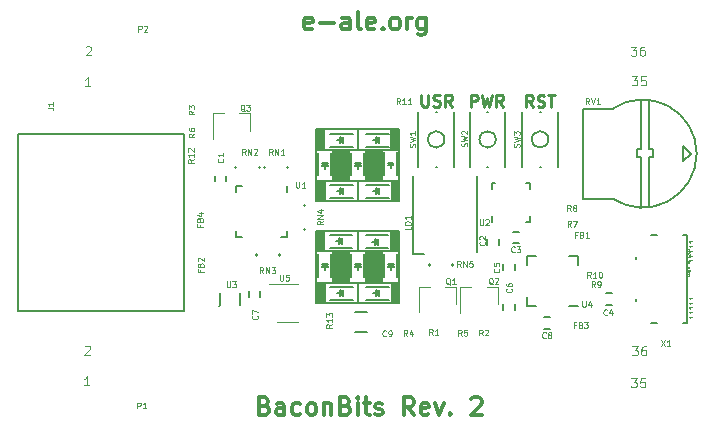
<source format=gbr>
G04 #@! TF.GenerationSoftware,KiCad,Pcbnew,(5.1.0-218-ge90452d)*
G04 #@! TF.CreationDate,2019-04-22T23:25:45-07:00*
G04 #@! TF.ProjectId,baconbits,6261636f-6e62-4697-9473-2e6b69636164,rev?*
G04 #@! TF.SameCoordinates,Original*
G04 #@! TF.FileFunction,Legend,Top*
G04 #@! TF.FilePolarity,Positive*
%FSLAX46Y46*%
G04 Gerber Fmt 4.6, Leading zero omitted, Abs format (unit mm)*
G04 Created by KiCad (PCBNEW (5.1.0-218-ge90452d)) date 2019-04-22 23:25:45*
%MOMM*%
%LPD*%
G04 APERTURE LIST*
%ADD10C,0.100000*%
%ADD11C,0.254000*%
%ADD12C,0.200000*%
%ADD13C,0.300000*%
%ADD14C,0.097536*%
%ADD15C,0.150000*%
%ADD16C,0.120000*%
%ADD17C,0.203200*%
%ADD18C,0.152400*%
%ADD19C,0.127000*%
%ADD20C,0.038100*%
%ADD21C,0.125000*%
%ADD22C,0.025400*%
G04 APERTURE END LIST*
D10*
G36*
X147332700Y-102019100D02*
G01*
X146037300Y-102019100D01*
X146037300Y-99377500D01*
X147332700Y-99377500D01*
X147332700Y-102019100D01*
G37*
X147332700Y-102019100D02*
X146037300Y-102019100D01*
X146037300Y-99377500D01*
X147332700Y-99377500D01*
X147332700Y-102019100D01*
G36*
X151625300Y-103746300D02*
G01*
X150888700Y-103746300D01*
X150888700Y-102069900D01*
X151625300Y-102069900D01*
X151625300Y-103746300D01*
G37*
X151625300Y-103746300D02*
X150888700Y-103746300D01*
X150888700Y-102069900D01*
X151625300Y-102069900D01*
X151625300Y-103746300D01*
G36*
X150126700Y-102019100D02*
G01*
X148831300Y-102019100D01*
X148831300Y-99377500D01*
X150126700Y-99377500D01*
X150126700Y-102019100D01*
G37*
X150126700Y-102019100D02*
X148831300Y-102019100D01*
X148831300Y-99377500D01*
X150126700Y-99377500D01*
X150126700Y-102019100D01*
G36*
X145300700Y-103720900D02*
G01*
X144564100Y-103720900D01*
X144564100Y-102044500D01*
X145300700Y-102044500D01*
X145300700Y-103720900D01*
G37*
X145300700Y-103720900D02*
X144564100Y-103720900D01*
X144564100Y-102044500D01*
X145300700Y-102044500D01*
X145300700Y-103720900D01*
G36*
X145275300Y-99352100D02*
G01*
X144538700Y-99352100D01*
X144538700Y-97675700D01*
X145275300Y-97675700D01*
X145275300Y-99352100D01*
G37*
X145275300Y-99352100D02*
X144538700Y-99352100D01*
X144538700Y-97675700D01*
X145275300Y-97675700D01*
X145275300Y-99352100D01*
G36*
X151599900Y-99326700D02*
G01*
X150863300Y-99326700D01*
X150863300Y-97650300D01*
X151599900Y-97650300D01*
X151599900Y-99326700D01*
G37*
X151599900Y-99326700D02*
X150863300Y-99326700D01*
X150863300Y-97650300D01*
X151599900Y-97650300D01*
X151599900Y-99326700D01*
G36*
X150126700Y-110629700D02*
G01*
X148831300Y-110629700D01*
X148831300Y-107988100D01*
X150126700Y-107988100D01*
X150126700Y-110629700D01*
G37*
X150126700Y-110629700D02*
X148831300Y-110629700D01*
X148831300Y-107988100D01*
X150126700Y-107988100D01*
X150126700Y-110629700D01*
G36*
X147332700Y-110629700D02*
G01*
X146037300Y-110629700D01*
X146037300Y-107988100D01*
X147332700Y-107988100D01*
X147332700Y-110629700D01*
G37*
X147332700Y-110629700D02*
X146037300Y-110629700D01*
X146037300Y-107988100D01*
X147332700Y-107988100D01*
X147332700Y-110629700D01*
G36*
X145300700Y-112331500D02*
G01*
X144564100Y-112331500D01*
X144564100Y-110655100D01*
X145300700Y-110655100D01*
X145300700Y-112331500D01*
G37*
X145300700Y-112331500D02*
X144564100Y-112331500D01*
X144564100Y-110655100D01*
X145300700Y-110655100D01*
X145300700Y-112331500D01*
G36*
X145275300Y-107962700D02*
G01*
X144538700Y-107962700D01*
X144538700Y-106286300D01*
X145275300Y-106286300D01*
X145275300Y-107962700D01*
G37*
X145275300Y-107962700D02*
X144538700Y-107962700D01*
X144538700Y-106286300D01*
X145275300Y-106286300D01*
X145275300Y-107962700D01*
G36*
X151625300Y-112356900D02*
G01*
X150888700Y-112356900D01*
X150888700Y-110680500D01*
X151625300Y-110680500D01*
X151625300Y-112356900D01*
G37*
X151625300Y-112356900D02*
X150888700Y-112356900D01*
X150888700Y-110680500D01*
X151625300Y-110680500D01*
X151625300Y-112356900D01*
G36*
X151599900Y-107937300D02*
G01*
X150863300Y-107937300D01*
X150863300Y-106260900D01*
X151599900Y-106260900D01*
X151599900Y-107937300D01*
G37*
X151599900Y-107937300D02*
X150863300Y-107937300D01*
X150863300Y-106260900D01*
X151599900Y-106260900D01*
X151599900Y-107937300D01*
D11*
X153492804Y-94706319D02*
X153492804Y-95528795D01*
X153541185Y-95625557D01*
X153589566Y-95673938D01*
X153686328Y-95722319D01*
X153879852Y-95722319D01*
X153976614Y-95673938D01*
X154024995Y-95625557D01*
X154073376Y-95528795D01*
X154073376Y-94706319D01*
X154508804Y-95673938D02*
X154653947Y-95722319D01*
X154895852Y-95722319D01*
X154992614Y-95673938D01*
X155040995Y-95625557D01*
X155089376Y-95528795D01*
X155089376Y-95432033D01*
X155040995Y-95335271D01*
X154992614Y-95286890D01*
X154895852Y-95238509D01*
X154702328Y-95190128D01*
X154605566Y-95141747D01*
X154557185Y-95093366D01*
X154508804Y-94996604D01*
X154508804Y-94899842D01*
X154557185Y-94803080D01*
X154605566Y-94754700D01*
X154702328Y-94706319D01*
X154944233Y-94706319D01*
X155089376Y-94754700D01*
X156105376Y-95722319D02*
X155766709Y-95238509D01*
X155524804Y-95722319D02*
X155524804Y-94706319D01*
X155911852Y-94706319D01*
X156008614Y-94754700D01*
X156056995Y-94803080D01*
X156105376Y-94899842D01*
X156105376Y-95044985D01*
X156056995Y-95141747D01*
X156008614Y-95190128D01*
X155911852Y-95238509D01*
X155524804Y-95238509D01*
X162930719Y-95747719D02*
X162592052Y-95263909D01*
X162350147Y-95747719D02*
X162350147Y-94731719D01*
X162737195Y-94731719D01*
X162833957Y-94780100D01*
X162882338Y-94828480D01*
X162930719Y-94925242D01*
X162930719Y-95070385D01*
X162882338Y-95167147D01*
X162833957Y-95215528D01*
X162737195Y-95263909D01*
X162350147Y-95263909D01*
X163317766Y-95699338D02*
X163462909Y-95747719D01*
X163704814Y-95747719D01*
X163801576Y-95699338D01*
X163849957Y-95650957D01*
X163898338Y-95554195D01*
X163898338Y-95457433D01*
X163849957Y-95360671D01*
X163801576Y-95312290D01*
X163704814Y-95263909D01*
X163511290Y-95215528D01*
X163414528Y-95167147D01*
X163366147Y-95118766D01*
X163317766Y-95022004D01*
X163317766Y-94925242D01*
X163366147Y-94828480D01*
X163414528Y-94780100D01*
X163511290Y-94731719D01*
X163753195Y-94731719D01*
X163898338Y-94780100D01*
X164188623Y-94731719D02*
X164769195Y-94731719D01*
X164478909Y-95747719D02*
X164478909Y-94731719D01*
X157662033Y-95722319D02*
X157662033Y-94706319D01*
X158049080Y-94706319D01*
X158145842Y-94754700D01*
X158194223Y-94803080D01*
X158242604Y-94899842D01*
X158242604Y-95044985D01*
X158194223Y-95141747D01*
X158145842Y-95190128D01*
X158049080Y-95238509D01*
X157662033Y-95238509D01*
X158581271Y-94706319D02*
X158823176Y-95722319D01*
X159016700Y-94996604D01*
X159210223Y-95722319D01*
X159452128Y-94706319D01*
X160419747Y-95722319D02*
X160081080Y-95238509D01*
X159839176Y-95722319D02*
X159839176Y-94706319D01*
X160226223Y-94706319D01*
X160322985Y-94754700D01*
X160371366Y-94803080D01*
X160419747Y-94899842D01*
X160419747Y-95044985D01*
X160371366Y-95141747D01*
X160322985Y-95190128D01*
X160226223Y-95238509D01*
X159839176Y-95238509D01*
D12*
X148094700Y-97650300D02*
X148094700Y-99352100D01*
X148094700Y-102044500D02*
X148094700Y-103746300D01*
X148094700Y-106260900D02*
X148094700Y-107962700D01*
X148094700Y-110655100D02*
X148094700Y-112356900D01*
X146037300Y-102044500D02*
X146037300Y-99352100D01*
X144538700Y-102044500D02*
X144538700Y-99352100D01*
X144538700Y-103746300D02*
X144538700Y-102044500D01*
X151625300Y-99352100D02*
X144538700Y-99352100D01*
X151625300Y-102044500D02*
X151625300Y-99352100D01*
X144538700Y-99352100D02*
X144538700Y-97650300D01*
X151625300Y-97650300D02*
X151625300Y-99352100D01*
X148831300Y-102044500D02*
X148831300Y-99352100D01*
X151625300Y-102044500D02*
X151625300Y-103746300D01*
X144538700Y-97650300D02*
X151625300Y-97650300D01*
X151625300Y-103746300D02*
X144538700Y-103746300D01*
X150126700Y-102044500D02*
X150126700Y-99352100D01*
X147332700Y-102044500D02*
X147332700Y-99352100D01*
X144538700Y-102044500D02*
X151625300Y-102044500D01*
X151625300Y-110655100D02*
X151625300Y-107962700D01*
X150126700Y-110655100D02*
X150126700Y-107962700D01*
X148831300Y-110655100D02*
X148831300Y-107962700D01*
X147332700Y-110655100D02*
X147332700Y-107962700D01*
X146037300Y-110655100D02*
X146037300Y-107962700D01*
X144538700Y-110655100D02*
X144538700Y-107962700D01*
X144538700Y-107962700D02*
X144538700Y-106260900D01*
X151625300Y-106260900D02*
X151625300Y-107962700D01*
X151625300Y-107962700D02*
X144538700Y-107962700D01*
X144538700Y-106260900D02*
X151625300Y-106260900D01*
X144538700Y-112356900D02*
X144538700Y-110655100D01*
X151625300Y-112356900D02*
X144538700Y-112356900D01*
X151625300Y-110655100D02*
X151625300Y-112356900D01*
X144538700Y-110655100D02*
X151625300Y-110655100D01*
D13*
X144219385Y-89113442D02*
X144076528Y-89184871D01*
X143790814Y-89184871D01*
X143647957Y-89113442D01*
X143576528Y-88970585D01*
X143576528Y-88399157D01*
X143647957Y-88256300D01*
X143790814Y-88184871D01*
X144076528Y-88184871D01*
X144219385Y-88256300D01*
X144290814Y-88399157D01*
X144290814Y-88542014D01*
X143576528Y-88684871D01*
X144933671Y-88613442D02*
X146076528Y-88613442D01*
X147433671Y-89184871D02*
X147433671Y-88399157D01*
X147362242Y-88256300D01*
X147219385Y-88184871D01*
X146933671Y-88184871D01*
X146790814Y-88256300D01*
X147433671Y-89113442D02*
X147290814Y-89184871D01*
X146933671Y-89184871D01*
X146790814Y-89113442D01*
X146719385Y-88970585D01*
X146719385Y-88827728D01*
X146790814Y-88684871D01*
X146933671Y-88613442D01*
X147290814Y-88613442D01*
X147433671Y-88542014D01*
X148362242Y-89184871D02*
X148219385Y-89113442D01*
X148147957Y-88970585D01*
X148147957Y-87684871D01*
X149505100Y-89113442D02*
X149362242Y-89184871D01*
X149076528Y-89184871D01*
X148933671Y-89113442D01*
X148862242Y-88970585D01*
X148862242Y-88399157D01*
X148933671Y-88256300D01*
X149076528Y-88184871D01*
X149362242Y-88184871D01*
X149505100Y-88256300D01*
X149576528Y-88399157D01*
X149576528Y-88542014D01*
X148862242Y-88684871D01*
X150219385Y-89042014D02*
X150290814Y-89113442D01*
X150219385Y-89184871D01*
X150147957Y-89113442D01*
X150219385Y-89042014D01*
X150219385Y-89184871D01*
X151147957Y-89184871D02*
X151005100Y-89113442D01*
X150933671Y-89042014D01*
X150862242Y-88899157D01*
X150862242Y-88470585D01*
X150933671Y-88327728D01*
X151005100Y-88256300D01*
X151147957Y-88184871D01*
X151362242Y-88184871D01*
X151505100Y-88256300D01*
X151576528Y-88327728D01*
X151647957Y-88470585D01*
X151647957Y-88899157D01*
X151576528Y-89042014D01*
X151505100Y-89113442D01*
X151362242Y-89184871D01*
X151147957Y-89184871D01*
X152290814Y-89184871D02*
X152290814Y-88184871D01*
X152290814Y-88470585D02*
X152362242Y-88327728D01*
X152433671Y-88256300D01*
X152576528Y-88184871D01*
X152719385Y-88184871D01*
X153862242Y-88184871D02*
X153862242Y-89399157D01*
X153790814Y-89542014D01*
X153719385Y-89613442D01*
X153576528Y-89684871D01*
X153362242Y-89684871D01*
X153219385Y-89613442D01*
X153862242Y-89113442D02*
X153719385Y-89184871D01*
X153433671Y-89184871D01*
X153290814Y-89113442D01*
X153219385Y-89042014D01*
X153147957Y-88899157D01*
X153147957Y-88470585D01*
X153219385Y-88327728D01*
X153290814Y-88256300D01*
X153433671Y-88184871D01*
X153719385Y-88184871D01*
X153862242Y-88256300D01*
X140225462Y-121048317D02*
X140439748Y-121119745D01*
X140511177Y-121191174D01*
X140582605Y-121334031D01*
X140582605Y-121548317D01*
X140511177Y-121691174D01*
X140439748Y-121762602D01*
X140296891Y-121834031D01*
X139725462Y-121834031D01*
X139725462Y-120334031D01*
X140225462Y-120334031D01*
X140368320Y-120405460D01*
X140439748Y-120476888D01*
X140511177Y-120619745D01*
X140511177Y-120762602D01*
X140439748Y-120905460D01*
X140368320Y-120976888D01*
X140225462Y-121048317D01*
X139725462Y-121048317D01*
X141868320Y-121834031D02*
X141868320Y-121048317D01*
X141796891Y-120905460D01*
X141654034Y-120834031D01*
X141368320Y-120834031D01*
X141225462Y-120905460D01*
X141868320Y-121762602D02*
X141725462Y-121834031D01*
X141368320Y-121834031D01*
X141225462Y-121762602D01*
X141154034Y-121619745D01*
X141154034Y-121476888D01*
X141225462Y-121334031D01*
X141368320Y-121262602D01*
X141725462Y-121262602D01*
X141868320Y-121191174D01*
X143225462Y-121762602D02*
X143082605Y-121834031D01*
X142796891Y-121834031D01*
X142654034Y-121762602D01*
X142582605Y-121691174D01*
X142511177Y-121548317D01*
X142511177Y-121119745D01*
X142582605Y-120976888D01*
X142654034Y-120905460D01*
X142796891Y-120834031D01*
X143082605Y-120834031D01*
X143225462Y-120905460D01*
X144082605Y-121834031D02*
X143939748Y-121762602D01*
X143868320Y-121691174D01*
X143796891Y-121548317D01*
X143796891Y-121119745D01*
X143868320Y-120976888D01*
X143939748Y-120905460D01*
X144082605Y-120834031D01*
X144296891Y-120834031D01*
X144439748Y-120905460D01*
X144511177Y-120976888D01*
X144582605Y-121119745D01*
X144582605Y-121548317D01*
X144511177Y-121691174D01*
X144439748Y-121762602D01*
X144296891Y-121834031D01*
X144082605Y-121834031D01*
X145225462Y-120834031D02*
X145225462Y-121834031D01*
X145225462Y-120976888D02*
X145296891Y-120905460D01*
X145439748Y-120834031D01*
X145654034Y-120834031D01*
X145796891Y-120905460D01*
X145868320Y-121048317D01*
X145868320Y-121834031D01*
X147082605Y-121048317D02*
X147296891Y-121119745D01*
X147368320Y-121191174D01*
X147439748Y-121334031D01*
X147439748Y-121548317D01*
X147368320Y-121691174D01*
X147296891Y-121762602D01*
X147154034Y-121834031D01*
X146582605Y-121834031D01*
X146582605Y-120334031D01*
X147082605Y-120334031D01*
X147225462Y-120405460D01*
X147296891Y-120476888D01*
X147368320Y-120619745D01*
X147368320Y-120762602D01*
X147296891Y-120905460D01*
X147225462Y-120976888D01*
X147082605Y-121048317D01*
X146582605Y-121048317D01*
X148082605Y-121834031D02*
X148082605Y-120834031D01*
X148082605Y-120334031D02*
X148011177Y-120405460D01*
X148082605Y-120476888D01*
X148154034Y-120405460D01*
X148082605Y-120334031D01*
X148082605Y-120476888D01*
X148582605Y-120834031D02*
X149154034Y-120834031D01*
X148796891Y-120334031D02*
X148796891Y-121619745D01*
X148868320Y-121762602D01*
X149011177Y-121834031D01*
X149154034Y-121834031D01*
X149582605Y-121762602D02*
X149725462Y-121834031D01*
X150011177Y-121834031D01*
X150154034Y-121762602D01*
X150225462Y-121619745D01*
X150225462Y-121548317D01*
X150154034Y-121405460D01*
X150011177Y-121334031D01*
X149796891Y-121334031D01*
X149654034Y-121262602D01*
X149582605Y-121119745D01*
X149582605Y-121048317D01*
X149654034Y-120905460D01*
X149796891Y-120834031D01*
X150011177Y-120834031D01*
X150154034Y-120905460D01*
X152868320Y-121834031D02*
X152368320Y-121119745D01*
X152011177Y-121834031D02*
X152011177Y-120334031D01*
X152582605Y-120334031D01*
X152725462Y-120405460D01*
X152796891Y-120476888D01*
X152868320Y-120619745D01*
X152868320Y-120834031D01*
X152796891Y-120976888D01*
X152725462Y-121048317D01*
X152582605Y-121119745D01*
X152011177Y-121119745D01*
X154082605Y-121762602D02*
X153939748Y-121834031D01*
X153654034Y-121834031D01*
X153511177Y-121762602D01*
X153439748Y-121619745D01*
X153439748Y-121048317D01*
X153511177Y-120905460D01*
X153654034Y-120834031D01*
X153939748Y-120834031D01*
X154082605Y-120905460D01*
X154154034Y-121048317D01*
X154154034Y-121191174D01*
X153439748Y-121334031D01*
X154654034Y-120834031D02*
X155011177Y-121834031D01*
X155368320Y-120834031D01*
X155939748Y-121691174D02*
X156011177Y-121762602D01*
X155939748Y-121834031D01*
X155868320Y-121762602D01*
X155939748Y-121691174D01*
X155939748Y-121834031D01*
X157725462Y-120476888D02*
X157796891Y-120405460D01*
X157939748Y-120334031D01*
X158296891Y-120334031D01*
X158439748Y-120405460D01*
X158511177Y-120476888D01*
X158582605Y-120619745D01*
X158582605Y-120762602D01*
X158511177Y-120976888D01*
X157654034Y-121834031D01*
X158582605Y-121834031D01*
D14*
X171235086Y-118710770D02*
X171713090Y-118710770D01*
X171455704Y-119004926D01*
X171566012Y-119004926D01*
X171639551Y-119041696D01*
X171676321Y-119078465D01*
X171713090Y-119152004D01*
X171713090Y-119335852D01*
X171676321Y-119409391D01*
X171639551Y-119446160D01*
X171566012Y-119482930D01*
X171345395Y-119482930D01*
X171271856Y-119446160D01*
X171235086Y-119409391D01*
X172411711Y-118710770D02*
X172044016Y-118710770D01*
X172007246Y-119078465D01*
X172044016Y-119041696D01*
X172117555Y-119004926D01*
X172301403Y-119004926D01*
X172374942Y-119041696D01*
X172411711Y-119078465D01*
X172448481Y-119152004D01*
X172448481Y-119335852D01*
X172411711Y-119409391D01*
X172374942Y-119446160D01*
X172301403Y-119482930D01*
X172117555Y-119482930D01*
X172044016Y-119446160D01*
X172007246Y-119409391D01*
X124981062Y-116025869D02*
X125017832Y-115989100D01*
X125091371Y-115952330D01*
X125275219Y-115952330D01*
X125348758Y-115989100D01*
X125385527Y-116025869D01*
X125422297Y-116099408D01*
X125422297Y-116172947D01*
X125385527Y-116283256D01*
X124944293Y-116724490D01*
X125422297Y-116724490D01*
X125361337Y-119327990D02*
X124920102Y-119327990D01*
X125140720Y-119327990D02*
X125140720Y-118555830D01*
X125067180Y-118666139D01*
X124993641Y-118739678D01*
X124920102Y-118776447D01*
X125462937Y-93994030D02*
X125021702Y-93994030D01*
X125242320Y-93994030D02*
X125242320Y-93221870D01*
X125168780Y-93332179D01*
X125095241Y-93405718D01*
X125021702Y-93442487D01*
X125082662Y-90691909D02*
X125119432Y-90655140D01*
X125192971Y-90618370D01*
X125376819Y-90618370D01*
X125450358Y-90655140D01*
X125487127Y-90691909D01*
X125523897Y-90765448D01*
X125523897Y-90838987D01*
X125487127Y-90949296D01*
X125045893Y-91390530D01*
X125523897Y-91390530D01*
X171217306Y-90636150D02*
X171695310Y-90636150D01*
X171437924Y-90930306D01*
X171548232Y-90930306D01*
X171621771Y-90967076D01*
X171658541Y-91003845D01*
X171695310Y-91077384D01*
X171695310Y-91261232D01*
X171658541Y-91334771D01*
X171621771Y-91371540D01*
X171548232Y-91408310D01*
X171327615Y-91408310D01*
X171254076Y-91371540D01*
X171217306Y-91334771D01*
X172357162Y-90636150D02*
X172210084Y-90636150D01*
X172136545Y-90672920D01*
X172099775Y-90709689D01*
X172026236Y-90819998D01*
X171989466Y-90967076D01*
X171989466Y-91261232D01*
X172026236Y-91334771D01*
X172063006Y-91371540D01*
X172136545Y-91408310D01*
X172283623Y-91408310D01*
X172357162Y-91371540D01*
X172393931Y-91334771D01*
X172430701Y-91261232D01*
X172430701Y-91077384D01*
X172393931Y-91003845D01*
X172357162Y-90967076D01*
X172283623Y-90930306D01*
X172136545Y-90930306D01*
X172063006Y-90967076D01*
X172026236Y-91003845D01*
X171989466Y-91077384D01*
X171293506Y-93150750D02*
X171771510Y-93150750D01*
X171514124Y-93444906D01*
X171624432Y-93444906D01*
X171697971Y-93481676D01*
X171734741Y-93518445D01*
X171771510Y-93591984D01*
X171771510Y-93775832D01*
X171734741Y-93849371D01*
X171697971Y-93886140D01*
X171624432Y-93922910D01*
X171403815Y-93922910D01*
X171330276Y-93886140D01*
X171293506Y-93849371D01*
X172470131Y-93150750D02*
X172102436Y-93150750D01*
X172065666Y-93518445D01*
X172102436Y-93481676D01*
X172175975Y-93444906D01*
X172359823Y-93444906D01*
X172433362Y-93481676D01*
X172470131Y-93518445D01*
X172506901Y-93591984D01*
X172506901Y-93775832D01*
X172470131Y-93849371D01*
X172433362Y-93886140D01*
X172359823Y-93922910D01*
X172175975Y-93922910D01*
X172102436Y-93886140D01*
X172065666Y-93849371D01*
X171318906Y-116010750D02*
X171796910Y-116010750D01*
X171539524Y-116304906D01*
X171649832Y-116304906D01*
X171723371Y-116341676D01*
X171760141Y-116378445D01*
X171796910Y-116451984D01*
X171796910Y-116635832D01*
X171760141Y-116709371D01*
X171723371Y-116746140D01*
X171649832Y-116782910D01*
X171429215Y-116782910D01*
X171355676Y-116746140D01*
X171318906Y-116709371D01*
X172458762Y-116010750D02*
X172311684Y-116010750D01*
X172238145Y-116047520D01*
X172201375Y-116084289D01*
X172127836Y-116194598D01*
X172091066Y-116341676D01*
X172091066Y-116635832D01*
X172127836Y-116709371D01*
X172164606Y-116746140D01*
X172238145Y-116782910D01*
X172385223Y-116782910D01*
X172458762Y-116746140D01*
X172495531Y-116709371D01*
X172532301Y-116635832D01*
X172532301Y-116451984D01*
X172495531Y-116378445D01*
X172458762Y-116341676D01*
X172385223Y-116304906D01*
X172238145Y-116304906D01*
X172164606Y-116341676D01*
X172127836Y-116378445D01*
X172091066Y-116451984D01*
D15*
X148874100Y-113107100D02*
X147874100Y-113107100D01*
X147874100Y-114807100D02*
X148874100Y-114807100D01*
D16*
X141225700Y-113966900D02*
X143025700Y-113966900D01*
X143025700Y-110746900D02*
X140575700Y-110746900D01*
D15*
X152786100Y-108187700D02*
X153696100Y-108187700D01*
X158186100Y-107987700D02*
X158186100Y-101587700D01*
X152786100Y-101587700D02*
X152786100Y-108187700D01*
D17*
X159783780Y-98498660D02*
G75*
G03X159783780Y-98498660I-693420J0D01*
G01*
X160588960Y-100848160D02*
X160588960Y-96149160D01*
X157591760Y-100848160D02*
X157591760Y-96149160D01*
X159138620Y-96149160D02*
X159042100Y-96149160D01*
X159138620Y-100848160D02*
X159042100Y-100848160D01*
X163583620Y-100848160D02*
X163487100Y-100848160D01*
X163583620Y-96149160D02*
X163487100Y-96149160D01*
X162036760Y-100848160D02*
X162036760Y-96149160D01*
X165033960Y-100848160D02*
X165033960Y-96149160D01*
X164228780Y-98498660D02*
G75*
G03X164228780Y-98498660I-693420J0D01*
G01*
D15*
X159428780Y-102220360D02*
X159753780Y-102220360D01*
X162678780Y-105470360D02*
X162353780Y-105470360D01*
X162678780Y-102220360D02*
X162353780Y-102220360D01*
X159428780Y-105470360D02*
X159428780Y-104970360D01*
X162678780Y-105470360D02*
X162678780Y-104970360D01*
X162678780Y-102220360D02*
X162678780Y-102720360D01*
X159428780Y-102220360D02*
X159428780Y-102720360D01*
D18*
X172085000Y-99314000D02*
X172085000Y-95123000D01*
X171704000Y-99314000D02*
X172085000Y-99314000D01*
X171704000Y-99949000D02*
X171704000Y-99314000D01*
X172085000Y-99949000D02*
X171704000Y-99949000D01*
X172085000Y-104267000D02*
X172085000Y-99949000D01*
X172720000Y-99949000D02*
X172720000Y-104140000D01*
X173101000Y-99949000D02*
X172720000Y-99949000D01*
X173101000Y-99314000D02*
X173101000Y-99949000D01*
X172720000Y-99314000D02*
X173101000Y-99314000D01*
X172720000Y-95250000D02*
X172720000Y-99314000D01*
X172085000Y-95631000D02*
X172085000Y-95631000D01*
X176276000Y-99695000D02*
X176276000Y-99695000D01*
X175641000Y-100330000D02*
X176276000Y-99695000D01*
X175641000Y-99060000D02*
X175641000Y-100330000D01*
X176276000Y-99695000D02*
X175641000Y-99060000D01*
X169672000Y-95885001D02*
G75*
G02X169672001Y-103504999I2540000J-3809999D01*
G01*
X167132000Y-103505000D02*
X169672000Y-103505000D01*
X167132000Y-95885000D02*
X167132000Y-103505000D01*
X169672000Y-95885000D02*
X167132000Y-95885000D01*
D15*
X133408000Y-113008000D02*
X119311000Y-113008000D01*
X119311000Y-98022000D02*
X133408000Y-98022000D01*
X133408000Y-113008000D02*
X133408000Y-98022000D01*
X119311000Y-113008000D02*
X119311000Y-98022000D01*
X161768600Y-106357400D02*
X161268600Y-106357400D01*
X161268600Y-107307400D02*
X161768600Y-107307400D01*
X169610000Y-111539000D02*
X169110000Y-111539000D01*
X169110000Y-112489000D02*
X169610000Y-112489000D01*
X161384000Y-109555000D02*
X161384000Y-109055000D01*
X160434000Y-109055000D02*
X160434000Y-109555000D01*
X164334000Y-113571000D02*
X163834000Y-113571000D01*
X163834000Y-114521000D02*
X164334000Y-114521000D01*
X139857500Y-111844900D02*
X139857500Y-111344900D01*
X138907500Y-111344900D02*
X138907500Y-111844900D01*
X160434000Y-112449800D02*
X160434000Y-112949800D01*
X161384000Y-112949800D02*
X161384000Y-112449800D01*
X160025100Y-107425300D02*
X160025100Y-106925300D01*
X159075100Y-106925300D02*
X159075100Y-107425300D01*
X162452000Y-112640000D02*
X162452000Y-111865000D01*
X166752000Y-108340000D02*
X166752000Y-109115000D01*
X162452000Y-108340000D02*
X162452000Y-109115000D01*
X166752000Y-112640000D02*
X165977000Y-112640000D01*
X166752000Y-108340000D02*
X165977000Y-108340000D01*
X162452000Y-108340000D02*
X163227000Y-108340000D01*
X162452000Y-112640000D02*
X163227000Y-112640000D01*
X150706000Y-98002000D02*
X148806000Y-98002000D01*
X150706000Y-99102000D02*
X148806000Y-99102000D01*
X149806000Y-98552000D02*
X149356000Y-98552000D01*
X149856000Y-98802000D02*
X149856000Y-98302000D01*
X149856000Y-98552000D02*
X149606000Y-98802000D01*
X149606000Y-98802000D02*
X149606000Y-98302000D01*
X149606000Y-98302000D02*
X149856000Y-98552000D01*
D11*
X154106880Y-109062520D02*
X154106880Y-109098080D01*
X156103320Y-109062520D02*
X156103320Y-109098080D01*
X143542220Y-104071780D02*
X143577780Y-104071780D01*
X143542220Y-106068220D02*
X143577780Y-106068220D01*
X139461780Y-108212220D02*
X139461780Y-108247780D01*
X141458220Y-108212220D02*
X141458220Y-108247780D01*
X137731780Y-100857780D02*
X137731780Y-100822220D01*
X139728220Y-100857780D02*
X139728220Y-100822220D01*
X142138220Y-100857780D02*
X142138220Y-100822220D01*
X140141780Y-100857780D02*
X140141780Y-100822220D01*
D15*
X136027140Y-101558280D02*
X136027140Y-102058280D01*
X136977140Y-102058280D02*
X136977140Y-101558280D01*
X142090000Y-106740000D02*
X141565000Y-106740000D01*
X137790000Y-102440000D02*
X138315000Y-102440000D01*
X137790000Y-106740000D02*
X138315000Y-106740000D01*
X142090000Y-102440000D02*
X142090000Y-102965000D01*
X137790000Y-102440000D02*
X137790000Y-102965000D01*
X137790000Y-106740000D02*
X137790000Y-106215000D01*
X142090000Y-106740000D02*
X142090000Y-106215000D01*
X150626000Y-109320000D02*
X150876000Y-109070000D01*
X151126000Y-109320000D02*
X150626000Y-109320000D01*
X150876000Y-109070000D02*
X151126000Y-109320000D01*
X151126000Y-109070000D02*
X150626000Y-109070000D01*
X150876000Y-109120000D02*
X150876000Y-109570000D01*
X151426000Y-108220000D02*
X151426000Y-110120000D01*
X150326000Y-108220000D02*
X150326000Y-110120000D01*
X150706000Y-110956000D02*
X148806000Y-110956000D01*
X150706000Y-112056000D02*
X148806000Y-112056000D01*
X149806000Y-111506000D02*
X149356000Y-111506000D01*
X149856000Y-111756000D02*
X149856000Y-111256000D01*
X149856000Y-111506000D02*
X149606000Y-111756000D01*
X149606000Y-111756000D02*
X149606000Y-111256000D01*
X149606000Y-111256000D02*
X149856000Y-111506000D01*
X147832000Y-109310000D02*
X148082000Y-109060000D01*
X148332000Y-109310000D02*
X147832000Y-109310000D01*
X148082000Y-109060000D02*
X148332000Y-109310000D01*
X148332000Y-109060000D02*
X147832000Y-109060000D01*
X148082000Y-109110000D02*
X148082000Y-109560000D01*
X148632000Y-108210000D02*
X148632000Y-110110000D01*
X147532000Y-108210000D02*
X147532000Y-110110000D01*
X147645300Y-106580000D02*
X145745300Y-106580000D01*
X147645300Y-107680000D02*
X145745300Y-107680000D01*
X146745300Y-107130000D02*
X146295300Y-107130000D01*
X146795300Y-107380000D02*
X146795300Y-106880000D01*
X146795300Y-107130000D02*
X146545300Y-107380000D01*
X146545300Y-107380000D02*
X146545300Y-106880000D01*
X146545300Y-106880000D02*
X146795300Y-107130000D01*
X149593300Y-106900000D02*
X149843300Y-107150000D01*
X149593300Y-107400000D02*
X149593300Y-106900000D01*
X149843300Y-107150000D02*
X149593300Y-107400000D01*
X149843300Y-107400000D02*
X149843300Y-106900000D01*
X149793300Y-107150000D02*
X149343300Y-107150000D01*
X150693300Y-107700000D02*
X148793300Y-107700000D01*
X150693300Y-106600000D02*
X148793300Y-106600000D01*
X147658000Y-102320000D02*
X145758000Y-102320000D01*
X147658000Y-103420000D02*
X145758000Y-103420000D01*
X146758000Y-102870000D02*
X146308000Y-102870000D01*
X146808000Y-103120000D02*
X146808000Y-102620000D01*
X146808000Y-102870000D02*
X146558000Y-103120000D01*
X146558000Y-103120000D02*
X146558000Y-102620000D01*
X146558000Y-102620000D02*
X146808000Y-102870000D01*
X149606000Y-102620000D02*
X149856000Y-102870000D01*
X149606000Y-103120000D02*
X149606000Y-102620000D01*
X149856000Y-102870000D02*
X149606000Y-103120000D01*
X149856000Y-103120000D02*
X149856000Y-102620000D01*
X149806000Y-102870000D02*
X149356000Y-102870000D01*
X150706000Y-103420000D02*
X148806000Y-103420000D01*
X150706000Y-102320000D02*
X148806000Y-102320000D01*
X144738000Y-99611000D02*
X144738000Y-101511000D01*
X145838000Y-99611000D02*
X145838000Y-101511000D01*
X145288000Y-100511000D02*
X145288000Y-100961000D01*
X145538000Y-100461000D02*
X145038000Y-100461000D01*
X145288000Y-100461000D02*
X145538000Y-100711000D01*
X145538000Y-100711000D02*
X145038000Y-100711000D01*
X145038000Y-100711000D02*
X145288000Y-100461000D01*
X147832000Y-100720000D02*
X148082000Y-100470000D01*
X148332000Y-100720000D02*
X147832000Y-100720000D01*
X148082000Y-100470000D02*
X148332000Y-100720000D01*
X148332000Y-100470000D02*
X147832000Y-100470000D01*
X148082000Y-100520000D02*
X148082000Y-100970000D01*
X148632000Y-99620000D02*
X148632000Y-101520000D01*
X147532000Y-99620000D02*
X147532000Y-101520000D01*
X150320920Y-99603380D02*
X150320920Y-101503380D01*
X151420920Y-99603380D02*
X151420920Y-101503380D01*
X150870920Y-100503380D02*
X150870920Y-100953380D01*
X151120920Y-100453380D02*
X150620920Y-100453380D01*
X150870920Y-100453380D02*
X151120920Y-100703380D01*
X151120920Y-100703380D02*
X150620920Y-100703380D01*
X150620920Y-100703380D02*
X150870920Y-100453380D01*
X146558000Y-98302000D02*
X146808000Y-98552000D01*
X146558000Y-98802000D02*
X146558000Y-98302000D01*
X146808000Y-98552000D02*
X146558000Y-98802000D01*
X146808000Y-98802000D02*
X146808000Y-98302000D01*
X146758000Y-98552000D02*
X146308000Y-98552000D01*
X147658000Y-99102000D02*
X145758000Y-99102000D01*
X147658000Y-98002000D02*
X145758000Y-98002000D01*
X144738000Y-108221600D02*
X144738000Y-110121600D01*
X145838000Y-108221600D02*
X145838000Y-110121600D01*
X145288000Y-109121600D02*
X145288000Y-109571600D01*
X145538000Y-109071600D02*
X145038000Y-109071600D01*
X145288000Y-109071600D02*
X145538000Y-109321600D01*
X145538000Y-109321600D02*
X145038000Y-109321600D01*
X145038000Y-109321600D02*
X145288000Y-109071600D01*
X146558000Y-111256000D02*
X146808000Y-111506000D01*
X146558000Y-111756000D02*
X146558000Y-111256000D01*
X146808000Y-111506000D02*
X146558000Y-111756000D01*
X146808000Y-111756000D02*
X146808000Y-111256000D01*
X146758000Y-111506000D02*
X146308000Y-111506000D01*
X147658000Y-112056000D02*
X145758000Y-112056000D01*
X147658000Y-110956000D02*
X145758000Y-110956000D01*
D19*
X175987800Y-114077920D02*
X175987800Y-106579840D01*
X175987800Y-114077920D02*
X175657600Y-114077920D01*
X175987800Y-106579840D02*
X175657600Y-106579840D01*
X173422400Y-106579840D02*
X172960120Y-106579840D01*
X173422400Y-114077920D02*
X172960120Y-114077920D01*
X171690120Y-112208480D02*
X171690120Y-111997660D01*
X171690120Y-108660100D02*
X171690120Y-108449280D01*
D20*
X176389120Y-111926540D02*
X176137660Y-111926540D01*
X176137660Y-111926540D02*
X176239260Y-111827480D01*
X176137660Y-111926540D02*
X176239260Y-112028140D01*
X176389120Y-112327860D02*
X176137660Y-112327860D01*
X176137660Y-112327860D02*
X176239260Y-112228800D01*
X176137660Y-112327860D02*
X176239260Y-112426920D01*
X176389120Y-112726640D02*
X176137660Y-112726640D01*
X176137660Y-112726640D02*
X176239260Y-112627580D01*
X176137660Y-112726640D02*
X176239260Y-112828240D01*
X176389120Y-113127960D02*
X176137660Y-113127960D01*
X176137660Y-113127960D02*
X176239260Y-113026360D01*
X176137660Y-113127960D02*
X176239260Y-113227020D01*
X176389120Y-113526740D02*
X176137660Y-113526740D01*
X176137660Y-113526740D02*
X176239260Y-113427680D01*
X176137660Y-113526740D02*
X176239260Y-113628340D01*
X176389120Y-107131020D02*
X176137660Y-107131020D01*
X176137660Y-107131020D02*
X176239260Y-107029420D01*
X176137660Y-107131020D02*
X176239260Y-107230080D01*
X176389120Y-107529800D02*
X176137660Y-107529800D01*
X176137660Y-107529800D02*
X176239260Y-107430740D01*
X176137660Y-107529800D02*
X176239260Y-107631400D01*
X176389120Y-107931120D02*
X176137660Y-107931120D01*
X176137660Y-107931120D02*
X176239260Y-107829520D01*
X176137660Y-107931120D02*
X176239260Y-108030180D01*
X176389120Y-108329900D02*
X176137660Y-108329900D01*
X176137660Y-108329900D02*
X176239260Y-108230840D01*
X176137660Y-108329900D02*
X176239260Y-108428960D01*
X176389120Y-108731220D02*
X176137660Y-108731220D01*
X176137660Y-108731220D02*
X176239260Y-108629620D01*
X176137660Y-108731220D02*
X176239260Y-108830280D01*
D17*
X154785060Y-100848160D02*
X154688540Y-100848160D01*
X154785060Y-96149160D02*
X154688540Y-96149160D01*
X153238200Y-100848160D02*
X153238200Y-96149160D01*
X156235400Y-100848160D02*
X156235400Y-96149160D01*
X155430220Y-98498660D02*
G75*
G03X155430220Y-98498660I-693420J0D01*
G01*
D19*
X138104880Y-111516160D02*
X138104880Y-112511840D01*
X136469120Y-112511840D02*
X136469120Y-111516160D01*
X136364980Y-112633760D02*
G75*
G03X136364980Y-112633760I-22860J0D01*
G01*
D16*
X138988920Y-96295940D02*
X138058920Y-96295940D01*
X135828920Y-96295940D02*
X136758920Y-96295940D01*
X135828920Y-96295940D02*
X135828920Y-98455940D01*
X138988920Y-96295940D02*
X138988920Y-97755940D01*
X156413020Y-110987740D02*
X156413020Y-112447740D01*
X153253020Y-110987740D02*
X153253020Y-113147740D01*
X153253020Y-110987740D02*
X154183020Y-110987740D01*
X156413020Y-110987740D02*
X155483020Y-110987740D01*
X159954080Y-111000000D02*
X159024080Y-111000000D01*
X156794080Y-111000000D02*
X157724080Y-111000000D01*
X156794080Y-111000000D02*
X156794080Y-113160000D01*
X159954080Y-111000000D02*
X159954080Y-112460000D01*
D21*
X150500566Y-115126271D02*
X150476757Y-115150080D01*
X150405328Y-115173890D01*
X150357709Y-115173890D01*
X150286280Y-115150080D01*
X150238661Y-115102461D01*
X150214852Y-115054842D01*
X150191042Y-114959604D01*
X150191042Y-114888176D01*
X150214852Y-114792938D01*
X150238661Y-114745319D01*
X150286280Y-114697700D01*
X150357709Y-114673890D01*
X150405328Y-114673890D01*
X150476757Y-114697700D01*
X150500566Y-114721509D01*
X150738661Y-115173890D02*
X150833900Y-115173890D01*
X150881519Y-115150080D01*
X150905328Y-115126271D01*
X150952947Y-115054842D01*
X150976757Y-114959604D01*
X150976757Y-114769128D01*
X150952947Y-114721509D01*
X150929138Y-114697700D01*
X150881519Y-114673890D01*
X150786280Y-114673890D01*
X150738661Y-114697700D01*
X150714852Y-114721509D01*
X150691042Y-114769128D01*
X150691042Y-114888176D01*
X150714852Y-114935795D01*
X150738661Y-114959604D01*
X150786280Y-114983414D01*
X150881519Y-114983414D01*
X150929138Y-114959604D01*
X150952947Y-114935795D01*
X150976757Y-114888176D01*
X145933290Y-114151528D02*
X145695195Y-114318195D01*
X145933290Y-114437242D02*
X145433290Y-114437242D01*
X145433290Y-114246766D01*
X145457100Y-114199147D01*
X145480909Y-114175338D01*
X145528528Y-114151528D01*
X145599957Y-114151528D01*
X145647576Y-114175338D01*
X145671385Y-114199147D01*
X145695195Y-114246766D01*
X145695195Y-114437242D01*
X145933290Y-113675338D02*
X145933290Y-113961052D01*
X145933290Y-113818195D02*
X145433290Y-113818195D01*
X145504719Y-113865814D01*
X145552338Y-113913433D01*
X145576147Y-113961052D01*
X145433290Y-113508671D02*
X145433290Y-113199147D01*
X145623766Y-113365814D01*
X145623766Y-113294385D01*
X145647576Y-113246766D01*
X145671385Y-113222957D01*
X145719004Y-113199147D01*
X145838052Y-113199147D01*
X145885671Y-113222957D01*
X145909480Y-113246766D01*
X145933290Y-113294385D01*
X145933290Y-113437242D01*
X145909480Y-113484861D01*
X145885671Y-113508671D01*
X141490747Y-109949490D02*
X141490747Y-110354252D01*
X141514557Y-110401871D01*
X141538366Y-110425680D01*
X141585985Y-110449490D01*
X141681223Y-110449490D01*
X141728842Y-110425680D01*
X141752652Y-110401871D01*
X141776461Y-110354252D01*
X141776461Y-109949490D01*
X142252652Y-109949490D02*
X142014557Y-109949490D01*
X141990747Y-110187585D01*
X142014557Y-110163776D01*
X142062176Y-110139966D01*
X142181223Y-110139966D01*
X142228842Y-110163776D01*
X142252652Y-110187585D01*
X142276461Y-110235204D01*
X142276461Y-110354252D01*
X142252652Y-110401871D01*
X142228842Y-110425680D01*
X142181223Y-110449490D01*
X142062176Y-110449490D01*
X142014557Y-110425680D01*
X141990747Y-110401871D01*
X152562690Y-105883033D02*
X152562690Y-106121128D01*
X152062690Y-106121128D01*
X152562690Y-105716366D02*
X152062690Y-105716366D01*
X152062690Y-105597319D01*
X152086500Y-105525890D01*
X152134119Y-105478271D01*
X152181738Y-105454461D01*
X152276976Y-105430652D01*
X152348404Y-105430652D01*
X152443642Y-105454461D01*
X152491261Y-105478271D01*
X152538880Y-105525890D01*
X152562690Y-105597319D01*
X152562690Y-105716366D01*
X152562690Y-104954461D02*
X152562690Y-105240176D01*
X152562690Y-105097319D02*
X152062690Y-105097319D01*
X152134119Y-105144938D01*
X152181738Y-105192557D01*
X152205547Y-105240176D01*
X129445272Y-121274970D02*
X129445272Y-120774970D01*
X129635748Y-120774970D01*
X129683367Y-120798780D01*
X129707177Y-120822589D01*
X129730986Y-120870208D01*
X129730986Y-120941637D01*
X129707177Y-120989256D01*
X129683367Y-121013065D01*
X129635748Y-121036875D01*
X129445272Y-121036875D01*
X130207177Y-121274970D02*
X129921462Y-121274970D01*
X130064320Y-121274970D02*
X130064320Y-120774970D01*
X130016700Y-120846399D01*
X129969081Y-120894018D01*
X129921462Y-120917827D01*
D15*
D21*
X134201030Y-100191688D02*
X133962935Y-100358355D01*
X134201030Y-100477402D02*
X133701030Y-100477402D01*
X133701030Y-100286926D01*
X133724840Y-100239307D01*
X133748649Y-100215498D01*
X133796268Y-100191688D01*
X133867697Y-100191688D01*
X133915316Y-100215498D01*
X133939125Y-100239307D01*
X133962935Y-100286926D01*
X133962935Y-100477402D01*
X134201030Y-99715498D02*
X134201030Y-100001212D01*
X134201030Y-99858355D02*
X133701030Y-99858355D01*
X133772459Y-99905974D01*
X133820078Y-99953593D01*
X133843887Y-100001212D01*
X133748649Y-99525021D02*
X133724840Y-99501212D01*
X133701030Y-99453593D01*
X133701030Y-99334545D01*
X133724840Y-99286926D01*
X133748649Y-99263117D01*
X133796268Y-99239307D01*
X133843887Y-99239307D01*
X133915316Y-99263117D01*
X134201030Y-99548831D01*
X134201030Y-99239307D01*
X157342020Y-99094206D02*
X157365830Y-99022778D01*
X157365830Y-98903730D01*
X157342020Y-98856111D01*
X157318211Y-98832301D01*
X157270592Y-98808492D01*
X157222973Y-98808492D01*
X157175354Y-98832301D01*
X157151544Y-98856111D01*
X157127735Y-98903730D01*
X157103925Y-98998968D01*
X157080116Y-99046587D01*
X157056306Y-99070397D01*
X157008687Y-99094206D01*
X156961068Y-99094206D01*
X156913449Y-99070397D01*
X156889640Y-99046587D01*
X156865830Y-98998968D01*
X156865830Y-98879920D01*
X156889640Y-98808492D01*
X156865830Y-98641825D02*
X157365830Y-98522778D01*
X157008687Y-98427540D01*
X157365830Y-98332301D01*
X156865830Y-98213254D01*
X156913449Y-98046587D02*
X156889640Y-98022778D01*
X156865830Y-97975159D01*
X156865830Y-97856111D01*
X156889640Y-97808492D01*
X156913449Y-97784682D01*
X156961068Y-97760873D01*
X157008687Y-97760873D01*
X157080116Y-97784682D01*
X157365830Y-98070397D01*
X157365830Y-97760873D01*
X161771780Y-99139926D02*
X161795590Y-99068498D01*
X161795590Y-98949450D01*
X161771780Y-98901831D01*
X161747971Y-98878021D01*
X161700352Y-98854212D01*
X161652733Y-98854212D01*
X161605114Y-98878021D01*
X161581304Y-98901831D01*
X161557495Y-98949450D01*
X161533685Y-99044688D01*
X161509876Y-99092307D01*
X161486066Y-99116117D01*
X161438447Y-99139926D01*
X161390828Y-99139926D01*
X161343209Y-99116117D01*
X161319400Y-99092307D01*
X161295590Y-99044688D01*
X161295590Y-98925640D01*
X161319400Y-98854212D01*
X161295590Y-98687545D02*
X161795590Y-98568498D01*
X161438447Y-98473260D01*
X161795590Y-98378021D01*
X161295590Y-98258974D01*
X161295590Y-98116117D02*
X161295590Y-97806593D01*
X161486066Y-97973260D01*
X161486066Y-97901831D01*
X161509876Y-97854212D01*
X161533685Y-97830402D01*
X161581304Y-97806593D01*
X161700352Y-97806593D01*
X161747971Y-97830402D01*
X161771780Y-97854212D01*
X161795590Y-97901831D01*
X161795590Y-98044688D01*
X161771780Y-98092307D01*
X161747971Y-98116117D01*
X158407147Y-105250490D02*
X158407147Y-105655252D01*
X158430957Y-105702871D01*
X158454766Y-105726680D01*
X158502385Y-105750490D01*
X158597623Y-105750490D01*
X158645242Y-105726680D01*
X158669052Y-105702871D01*
X158692861Y-105655252D01*
X158692861Y-105250490D01*
X158907147Y-105298109D02*
X158930957Y-105274300D01*
X158978576Y-105250490D01*
X159097623Y-105250490D01*
X159145242Y-105274300D01*
X159169052Y-105298109D01*
X159192861Y-105345728D01*
X159192861Y-105393347D01*
X159169052Y-105464776D01*
X158883338Y-105750490D01*
X159192861Y-105750490D01*
X167692900Y-95516830D02*
X167526234Y-95278735D01*
X167407186Y-95516830D02*
X167407186Y-95016830D01*
X167597662Y-95016830D01*
X167645281Y-95040640D01*
X167669091Y-95064449D01*
X167692900Y-95112068D01*
X167692900Y-95183497D01*
X167669091Y-95231116D01*
X167645281Y-95254925D01*
X167597662Y-95278735D01*
X167407186Y-95278735D01*
X167835758Y-95016830D02*
X168002424Y-95516830D01*
X168169091Y-95016830D01*
X168597662Y-95516830D02*
X168311948Y-95516830D01*
X168454805Y-95516830D02*
X168454805Y-95016830D01*
X168407186Y-95088259D01*
X168359567Y-95135878D01*
X168311948Y-95159687D01*
X121829070Y-95844806D02*
X122186213Y-95844806D01*
X122257641Y-95868616D01*
X122305260Y-95916235D01*
X122329070Y-95987663D01*
X122329070Y-96035282D01*
X122329070Y-95344806D02*
X122329070Y-95630520D01*
X122329070Y-95487663D02*
X121829070Y-95487663D01*
X121900499Y-95535282D01*
X121948118Y-95582901D01*
X121971927Y-95630520D01*
X161384466Y-108001571D02*
X161360657Y-108025380D01*
X161289228Y-108049190D01*
X161241609Y-108049190D01*
X161170180Y-108025380D01*
X161122561Y-107977761D01*
X161098752Y-107930142D01*
X161074942Y-107834904D01*
X161074942Y-107763476D01*
X161098752Y-107668238D01*
X161122561Y-107620619D01*
X161170180Y-107573000D01*
X161241609Y-107549190D01*
X161289228Y-107549190D01*
X161360657Y-107573000D01*
X161384466Y-107596809D01*
X161551133Y-107549190D02*
X161860657Y-107549190D01*
X161693990Y-107739666D01*
X161765419Y-107739666D01*
X161813038Y-107763476D01*
X161836847Y-107787285D01*
X161860657Y-107834904D01*
X161860657Y-107953952D01*
X161836847Y-108001571D01*
X161813038Y-108025380D01*
X161765419Y-108049190D01*
X161622561Y-108049190D01*
X161574942Y-108025380D01*
X161551133Y-108001571D01*
X169207666Y-113335571D02*
X169183857Y-113359380D01*
X169112428Y-113383190D01*
X169064809Y-113383190D01*
X168993380Y-113359380D01*
X168945761Y-113311761D01*
X168921952Y-113264142D01*
X168898142Y-113168904D01*
X168898142Y-113097476D01*
X168921952Y-113002238D01*
X168945761Y-112954619D01*
X168993380Y-112907000D01*
X169064809Y-112883190D01*
X169112428Y-112883190D01*
X169183857Y-112907000D01*
X169207666Y-112930809D01*
X169636238Y-113049857D02*
X169636238Y-113383190D01*
X169517190Y-112859380D02*
X169398142Y-113216523D01*
X169707666Y-113216523D01*
X160047771Y-109431513D02*
X160071580Y-109455322D01*
X160095390Y-109526751D01*
X160095390Y-109574370D01*
X160071580Y-109645799D01*
X160023961Y-109693418D01*
X159976342Y-109717227D01*
X159881104Y-109741037D01*
X159809676Y-109741037D01*
X159714438Y-109717227D01*
X159666819Y-109693418D01*
X159619200Y-109645799D01*
X159595390Y-109574370D01*
X159595390Y-109526751D01*
X159619200Y-109455322D01*
X159643009Y-109431513D01*
X159595390Y-108979132D02*
X159595390Y-109217227D01*
X159833485Y-109241037D01*
X159809676Y-109217227D01*
X159785866Y-109169608D01*
X159785866Y-109050560D01*
X159809676Y-109002941D01*
X159833485Y-108979132D01*
X159881104Y-108955322D01*
X160000152Y-108955322D01*
X160047771Y-108979132D01*
X160071580Y-109002941D01*
X160095390Y-109050560D01*
X160095390Y-109169608D01*
X160071580Y-109217227D01*
X160047771Y-109241037D01*
X164017226Y-115268331D02*
X163993417Y-115292140D01*
X163921988Y-115315950D01*
X163874369Y-115315950D01*
X163802940Y-115292140D01*
X163755321Y-115244521D01*
X163731512Y-115196902D01*
X163707702Y-115101664D01*
X163707702Y-115030236D01*
X163731512Y-114934998D01*
X163755321Y-114887379D01*
X163802940Y-114839760D01*
X163874369Y-114815950D01*
X163921988Y-114815950D01*
X163993417Y-114839760D01*
X164017226Y-114863569D01*
X164302940Y-115030236D02*
X164255321Y-115006426D01*
X164231512Y-114982617D01*
X164207702Y-114934998D01*
X164207702Y-114911188D01*
X164231512Y-114863569D01*
X164255321Y-114839760D01*
X164302940Y-114815950D01*
X164398179Y-114815950D01*
X164445798Y-114839760D01*
X164469607Y-114863569D01*
X164493417Y-114911188D01*
X164493417Y-114934998D01*
X164469607Y-114982617D01*
X164445798Y-115006426D01*
X164398179Y-115030236D01*
X164302940Y-115030236D01*
X164255321Y-115054045D01*
X164231512Y-115077855D01*
X164207702Y-115125474D01*
X164207702Y-115220712D01*
X164231512Y-115268331D01*
X164255321Y-115292140D01*
X164302940Y-115315950D01*
X164398179Y-115315950D01*
X164445798Y-115292140D01*
X164469607Y-115268331D01*
X164493417Y-115220712D01*
X164493417Y-115125474D01*
X164469607Y-115077855D01*
X164445798Y-115054045D01*
X164398179Y-115030236D01*
X139586471Y-113430833D02*
X139610280Y-113454642D01*
X139634090Y-113526071D01*
X139634090Y-113573690D01*
X139610280Y-113645119D01*
X139562661Y-113692738D01*
X139515042Y-113716547D01*
X139419804Y-113740357D01*
X139348376Y-113740357D01*
X139253138Y-113716547D01*
X139205519Y-113692738D01*
X139157900Y-113645119D01*
X139134090Y-113573690D01*
X139134090Y-113526071D01*
X139157900Y-113454642D01*
X139181709Y-113430833D01*
X139134090Y-113264166D02*
X139134090Y-112930833D01*
X139634090Y-113145119D01*
X161097731Y-111134673D02*
X161121540Y-111158482D01*
X161145350Y-111229911D01*
X161145350Y-111277530D01*
X161121540Y-111348959D01*
X161073921Y-111396578D01*
X161026302Y-111420387D01*
X160931064Y-111444197D01*
X160859636Y-111444197D01*
X160764398Y-111420387D01*
X160716779Y-111396578D01*
X160669160Y-111348959D01*
X160645350Y-111277530D01*
X160645350Y-111229911D01*
X160669160Y-111158482D01*
X160692969Y-111134673D01*
X160645350Y-110706101D02*
X160645350Y-110801340D01*
X160669160Y-110848959D01*
X160692969Y-110872768D01*
X160764398Y-110920387D01*
X160859636Y-110944197D01*
X161050112Y-110944197D01*
X161097731Y-110920387D01*
X161121540Y-110896578D01*
X161145350Y-110848959D01*
X161145350Y-110753720D01*
X161121540Y-110706101D01*
X161097731Y-110682292D01*
X161050112Y-110658482D01*
X160931064Y-110658482D01*
X160883445Y-110682292D01*
X160859636Y-110706101D01*
X160835826Y-110753720D01*
X160835826Y-110848959D01*
X160859636Y-110896578D01*
X160883445Y-110920387D01*
X160931064Y-110944197D01*
X158839671Y-107157033D02*
X158863480Y-107180842D01*
X158887290Y-107252271D01*
X158887290Y-107299890D01*
X158863480Y-107371319D01*
X158815861Y-107418938D01*
X158768242Y-107442747D01*
X158673004Y-107466557D01*
X158601576Y-107466557D01*
X158506338Y-107442747D01*
X158458719Y-107418938D01*
X158411100Y-107371319D01*
X158387290Y-107299890D01*
X158387290Y-107252271D01*
X158411100Y-107180842D01*
X158434909Y-107157033D01*
X158434909Y-106966557D02*
X158411100Y-106942747D01*
X158387290Y-106895128D01*
X158387290Y-106776080D01*
X158411100Y-106728461D01*
X158434909Y-106704652D01*
X158482528Y-106680842D01*
X158530147Y-106680842D01*
X158601576Y-106704652D01*
X158887290Y-106990366D01*
X158887290Y-106680842D01*
X167116467Y-112185210D02*
X167116467Y-112589972D01*
X167140277Y-112637591D01*
X167164086Y-112661400D01*
X167211705Y-112685210D01*
X167306943Y-112685210D01*
X167354562Y-112661400D01*
X167378372Y-112637591D01*
X167402181Y-112589972D01*
X167402181Y-112185210D01*
X167854562Y-112351877D02*
X167854562Y-112685210D01*
X167735515Y-112161400D02*
X167616467Y-112518543D01*
X167925991Y-112518543D01*
X151682331Y-95521910D02*
X151515664Y-95283815D01*
X151396617Y-95521910D02*
X151396617Y-95021910D01*
X151587093Y-95021910D01*
X151634712Y-95045720D01*
X151658521Y-95069529D01*
X151682331Y-95117148D01*
X151682331Y-95188577D01*
X151658521Y-95236196D01*
X151634712Y-95260005D01*
X151587093Y-95283815D01*
X151396617Y-95283815D01*
X152158521Y-95521910D02*
X151872807Y-95521910D01*
X152015664Y-95521910D02*
X152015664Y-95021910D01*
X151968045Y-95093339D01*
X151920426Y-95140958D01*
X151872807Y-95164767D01*
X152634712Y-95521910D02*
X152348998Y-95521910D01*
X152491855Y-95521910D02*
X152491855Y-95021910D01*
X152444236Y-95093339D01*
X152396617Y-95140958D01*
X152348998Y-95164767D01*
X168191666Y-111005110D02*
X168025000Y-110767015D01*
X167905952Y-111005110D02*
X167905952Y-110505110D01*
X168096428Y-110505110D01*
X168144047Y-110528920D01*
X168167857Y-110552729D01*
X168191666Y-110600348D01*
X168191666Y-110671777D01*
X168167857Y-110719396D01*
X168144047Y-110743205D01*
X168096428Y-110767015D01*
X167905952Y-110767015D01*
X168429761Y-111005110D02*
X168525000Y-111005110D01*
X168572619Y-110981300D01*
X168596428Y-110957491D01*
X168644047Y-110886062D01*
X168667857Y-110790824D01*
X168667857Y-110600348D01*
X168644047Y-110552729D01*
X168620238Y-110528920D01*
X168572619Y-110505110D01*
X168477380Y-110505110D01*
X168429761Y-110528920D01*
X168405952Y-110552729D01*
X168382142Y-110600348D01*
X168382142Y-110719396D01*
X168405952Y-110767015D01*
X168429761Y-110790824D01*
X168477380Y-110814634D01*
X168572619Y-110814634D01*
X168620238Y-110790824D01*
X168644047Y-110767015D01*
X168667857Y-110719396D01*
X166124426Y-104553990D02*
X165957760Y-104315895D01*
X165838712Y-104553990D02*
X165838712Y-104053990D01*
X166029188Y-104053990D01*
X166076807Y-104077800D01*
X166100617Y-104101609D01*
X166124426Y-104149228D01*
X166124426Y-104220657D01*
X166100617Y-104268276D01*
X166076807Y-104292085D01*
X166029188Y-104315895D01*
X165838712Y-104315895D01*
X166410140Y-104268276D02*
X166362521Y-104244466D01*
X166338712Y-104220657D01*
X166314902Y-104173038D01*
X166314902Y-104149228D01*
X166338712Y-104101609D01*
X166362521Y-104077800D01*
X166410140Y-104053990D01*
X166505379Y-104053990D01*
X166552998Y-104077800D01*
X166576807Y-104101609D01*
X166600617Y-104149228D01*
X166600617Y-104173038D01*
X166576807Y-104220657D01*
X166552998Y-104244466D01*
X166505379Y-104268276D01*
X166410140Y-104268276D01*
X166362521Y-104292085D01*
X166338712Y-104315895D01*
X166314902Y-104363514D01*
X166314902Y-104458752D01*
X166338712Y-104506371D01*
X166362521Y-104530180D01*
X166410140Y-104553990D01*
X166505379Y-104553990D01*
X166552998Y-104530180D01*
X166576807Y-104506371D01*
X166600617Y-104458752D01*
X166600617Y-104363514D01*
X166576807Y-104315895D01*
X166552998Y-104292085D01*
X166505379Y-104268276D01*
X167826571Y-110208190D02*
X167659904Y-109970095D01*
X167540857Y-110208190D02*
X167540857Y-109708190D01*
X167731333Y-109708190D01*
X167778952Y-109732000D01*
X167802761Y-109755809D01*
X167826571Y-109803428D01*
X167826571Y-109874857D01*
X167802761Y-109922476D01*
X167778952Y-109946285D01*
X167731333Y-109970095D01*
X167540857Y-109970095D01*
X168302761Y-110208190D02*
X168017047Y-110208190D01*
X168159904Y-110208190D02*
X168159904Y-109708190D01*
X168112285Y-109779619D01*
X168064666Y-109827238D01*
X168017047Y-109851047D01*
X168612285Y-109708190D02*
X168659904Y-109708190D01*
X168707523Y-109732000D01*
X168731333Y-109755809D01*
X168755142Y-109803428D01*
X168778952Y-109898666D01*
X168778952Y-110017714D01*
X168755142Y-110112952D01*
X168731333Y-110160571D01*
X168707523Y-110184380D01*
X168659904Y-110208190D01*
X168612285Y-110208190D01*
X168564666Y-110184380D01*
X168540857Y-110160571D01*
X168517047Y-110112952D01*
X168493238Y-110017714D01*
X168493238Y-109898666D01*
X168517047Y-109803428D01*
X168540857Y-109755809D01*
X168564666Y-109732000D01*
X168612285Y-109708190D01*
X166541233Y-114194065D02*
X166374566Y-114194065D01*
X166374566Y-114455970D02*
X166374566Y-113955970D01*
X166612661Y-113955970D01*
X166969804Y-114194065D02*
X167041233Y-114217875D01*
X167065042Y-114241684D01*
X167088852Y-114289303D01*
X167088852Y-114360732D01*
X167065042Y-114408351D01*
X167041233Y-114432160D01*
X166993614Y-114455970D01*
X166803138Y-114455970D01*
X166803138Y-113955970D01*
X166969804Y-113955970D01*
X167017423Y-113979780D01*
X167041233Y-114003589D01*
X167065042Y-114051208D01*
X167065042Y-114098827D01*
X167041233Y-114146446D01*
X167017423Y-114170256D01*
X166969804Y-114194065D01*
X166803138Y-114194065D01*
X167255519Y-113955970D02*
X167565042Y-113955970D01*
X167398376Y-114146446D01*
X167469804Y-114146446D01*
X167517423Y-114170256D01*
X167541233Y-114194065D01*
X167565042Y-114241684D01*
X167565042Y-114360732D01*
X167541233Y-114408351D01*
X167517423Y-114432160D01*
X167469804Y-114455970D01*
X167326947Y-114455970D01*
X167279328Y-114432160D01*
X167255519Y-114408351D01*
D19*
D21*
X134774785Y-109547766D02*
X134774785Y-109714433D01*
X135036690Y-109714433D02*
X134536690Y-109714433D01*
X134536690Y-109476338D01*
X134774785Y-109119195D02*
X134798595Y-109047766D01*
X134822404Y-109023957D01*
X134870023Y-109000147D01*
X134941452Y-109000147D01*
X134989071Y-109023957D01*
X135012880Y-109047766D01*
X135036690Y-109095385D01*
X135036690Y-109285861D01*
X134536690Y-109285861D01*
X134536690Y-109119195D01*
X134560500Y-109071576D01*
X134584309Y-109047766D01*
X134631928Y-109023957D01*
X134679547Y-109023957D01*
X134727166Y-109047766D01*
X134750976Y-109071576D01*
X134774785Y-109119195D01*
X134774785Y-109285861D01*
X134584309Y-108809671D02*
X134560500Y-108785861D01*
X134536690Y-108738242D01*
X134536690Y-108619195D01*
X134560500Y-108571576D01*
X134584309Y-108547766D01*
X134631928Y-108523957D01*
X134679547Y-108523957D01*
X134750976Y-108547766D01*
X135036690Y-108833480D01*
X135036690Y-108523957D01*
D19*
D21*
X134723985Y-105712366D02*
X134723985Y-105879033D01*
X134985890Y-105879033D02*
X134485890Y-105879033D01*
X134485890Y-105640938D01*
X134723985Y-105283795D02*
X134747795Y-105212366D01*
X134771604Y-105188557D01*
X134819223Y-105164747D01*
X134890652Y-105164747D01*
X134938271Y-105188557D01*
X134962080Y-105212366D01*
X134985890Y-105259985D01*
X134985890Y-105450461D01*
X134485890Y-105450461D01*
X134485890Y-105283795D01*
X134509700Y-105236176D01*
X134533509Y-105212366D01*
X134581128Y-105188557D01*
X134628747Y-105188557D01*
X134676366Y-105212366D01*
X134700176Y-105236176D01*
X134723985Y-105283795D01*
X134723985Y-105450461D01*
X134652557Y-104736176D02*
X134985890Y-104736176D01*
X134462080Y-104855223D02*
X134819223Y-104974271D01*
X134819223Y-104664747D01*
D19*
D21*
X156822861Y-109286490D02*
X156656195Y-109048395D01*
X156537147Y-109286490D02*
X156537147Y-108786490D01*
X156727623Y-108786490D01*
X156775242Y-108810300D01*
X156799052Y-108834109D01*
X156822861Y-108881728D01*
X156822861Y-108953157D01*
X156799052Y-109000776D01*
X156775242Y-109024585D01*
X156727623Y-109048395D01*
X156537147Y-109048395D01*
X157037147Y-109286490D02*
X157037147Y-108786490D01*
X157322861Y-109286490D01*
X157322861Y-108786490D01*
X157799052Y-108786490D02*
X157560957Y-108786490D01*
X157537147Y-109024585D01*
X157560957Y-109000776D01*
X157608576Y-108976966D01*
X157727623Y-108976966D01*
X157775242Y-109000776D01*
X157799052Y-109024585D01*
X157822861Y-109072204D01*
X157822861Y-109191252D01*
X157799052Y-109238871D01*
X157775242Y-109262680D01*
X157727623Y-109286490D01*
X157608576Y-109286490D01*
X157560957Y-109262680D01*
X157537147Y-109238871D01*
X145145890Y-105412338D02*
X144907795Y-105579004D01*
X145145890Y-105698052D02*
X144645890Y-105698052D01*
X144645890Y-105507576D01*
X144669700Y-105459957D01*
X144693509Y-105436147D01*
X144741128Y-105412338D01*
X144812557Y-105412338D01*
X144860176Y-105436147D01*
X144883985Y-105459957D01*
X144907795Y-105507576D01*
X144907795Y-105698052D01*
X145145890Y-105198052D02*
X144645890Y-105198052D01*
X145145890Y-104912338D01*
X144645890Y-104912338D01*
X144812557Y-104459957D02*
X145145890Y-104459957D01*
X144622080Y-104579004D02*
X144979223Y-104698052D01*
X144979223Y-104388528D01*
X140104761Y-109827190D02*
X139938095Y-109589095D01*
X139819047Y-109827190D02*
X139819047Y-109327190D01*
X140009523Y-109327190D01*
X140057142Y-109351000D01*
X140080952Y-109374809D01*
X140104761Y-109422428D01*
X140104761Y-109493857D01*
X140080952Y-109541476D01*
X140057142Y-109565285D01*
X140009523Y-109589095D01*
X139819047Y-109589095D01*
X140319047Y-109827190D02*
X140319047Y-109327190D01*
X140604761Y-109827190D01*
X140604761Y-109327190D01*
X140795238Y-109327190D02*
X141104761Y-109327190D01*
X140938095Y-109517666D01*
X141009523Y-109517666D01*
X141057142Y-109541476D01*
X141080952Y-109565285D01*
X141104761Y-109612904D01*
X141104761Y-109731952D01*
X141080952Y-109779571D01*
X141057142Y-109803380D01*
X141009523Y-109827190D01*
X140866666Y-109827190D01*
X140819047Y-109803380D01*
X140795238Y-109779571D01*
X138592761Y-99794190D02*
X138426095Y-99556095D01*
X138307047Y-99794190D02*
X138307047Y-99294190D01*
X138497523Y-99294190D01*
X138545142Y-99318000D01*
X138568952Y-99341809D01*
X138592761Y-99389428D01*
X138592761Y-99460857D01*
X138568952Y-99508476D01*
X138545142Y-99532285D01*
X138497523Y-99556095D01*
X138307047Y-99556095D01*
X138807047Y-99794190D02*
X138807047Y-99294190D01*
X139092761Y-99794190D01*
X139092761Y-99294190D01*
X139307047Y-99341809D02*
X139330857Y-99318000D01*
X139378476Y-99294190D01*
X139497523Y-99294190D01*
X139545142Y-99318000D01*
X139568952Y-99341809D01*
X139592761Y-99389428D01*
X139592761Y-99437047D01*
X139568952Y-99508476D01*
X139283238Y-99794190D01*
X139592761Y-99794190D01*
X140878761Y-99794190D02*
X140712095Y-99556095D01*
X140593047Y-99794190D02*
X140593047Y-99294190D01*
X140783523Y-99294190D01*
X140831142Y-99318000D01*
X140854952Y-99341809D01*
X140878761Y-99389428D01*
X140878761Y-99460857D01*
X140854952Y-99508476D01*
X140831142Y-99532285D01*
X140783523Y-99556095D01*
X140593047Y-99556095D01*
X141093047Y-99794190D02*
X141093047Y-99294190D01*
X141378761Y-99794190D01*
X141378761Y-99294190D01*
X141878761Y-99794190D02*
X141593047Y-99794190D01*
X141735904Y-99794190D02*
X141735904Y-99294190D01*
X141688285Y-99365619D01*
X141640666Y-99413238D01*
X141593047Y-99437047D01*
X136680711Y-100113613D02*
X136704520Y-100137422D01*
X136728330Y-100208851D01*
X136728330Y-100256470D01*
X136704520Y-100327899D01*
X136656901Y-100375518D01*
X136609282Y-100399327D01*
X136514044Y-100423137D01*
X136442616Y-100423137D01*
X136347378Y-100399327D01*
X136299759Y-100375518D01*
X136252140Y-100327899D01*
X136228330Y-100256470D01*
X136228330Y-100208851D01*
X136252140Y-100137422D01*
X136275949Y-100113613D01*
X136728330Y-99637422D02*
X136728330Y-99923137D01*
X136728330Y-99780280D02*
X136228330Y-99780280D01*
X136299759Y-99827899D01*
X136347378Y-99875518D01*
X136371187Y-99923137D01*
X142875047Y-102088190D02*
X142875047Y-102492952D01*
X142898857Y-102540571D01*
X142922666Y-102564380D01*
X142970285Y-102588190D01*
X143065523Y-102588190D01*
X143113142Y-102564380D01*
X143136952Y-102540571D01*
X143160761Y-102492952D01*
X143160761Y-102088190D01*
X143660761Y-102588190D02*
X143375047Y-102588190D01*
X143517904Y-102588190D02*
X143517904Y-102088190D01*
X143470285Y-102159619D01*
X143422666Y-102207238D01*
X143375047Y-102231047D01*
X166142266Y-105874790D02*
X165975600Y-105636695D01*
X165856552Y-105874790D02*
X165856552Y-105374790D01*
X166047028Y-105374790D01*
X166094647Y-105398600D01*
X166118457Y-105422409D01*
X166142266Y-105470028D01*
X166142266Y-105541457D01*
X166118457Y-105589076D01*
X166094647Y-105612885D01*
X166047028Y-105636695D01*
X165856552Y-105636695D01*
X166308933Y-105374790D02*
X166642266Y-105374790D01*
X166427980Y-105874790D01*
X134272150Y-97997793D02*
X134034055Y-98164460D01*
X134272150Y-98283507D02*
X133772150Y-98283507D01*
X133772150Y-98093031D01*
X133795960Y-98045412D01*
X133819769Y-98021602D01*
X133867388Y-97997793D01*
X133938817Y-97997793D01*
X133986436Y-98021602D01*
X134010245Y-98045412D01*
X134034055Y-98093031D01*
X134034055Y-98283507D01*
X133772150Y-97569221D02*
X133772150Y-97664460D01*
X133795960Y-97712079D01*
X133819769Y-97735888D01*
X133891198Y-97783507D01*
X133986436Y-97807317D01*
X134176912Y-97807317D01*
X134224531Y-97783507D01*
X134248340Y-97759698D01*
X134272150Y-97712079D01*
X134272150Y-97616840D01*
X134248340Y-97569221D01*
X134224531Y-97545412D01*
X134176912Y-97521602D01*
X134057864Y-97521602D01*
X134010245Y-97545412D01*
X133986436Y-97569221D01*
X133962626Y-97616840D01*
X133962626Y-97712079D01*
X133986436Y-97759698D01*
X134010245Y-97783507D01*
X134057864Y-97807317D01*
X152296346Y-115143410D02*
X152129680Y-114905315D01*
X152010632Y-115143410D02*
X152010632Y-114643410D01*
X152201108Y-114643410D01*
X152248727Y-114667220D01*
X152272537Y-114691029D01*
X152296346Y-114738648D01*
X152296346Y-114810077D01*
X152272537Y-114857696D01*
X152248727Y-114881505D01*
X152201108Y-114905315D01*
X152010632Y-114905315D01*
X152724918Y-114810077D02*
X152724918Y-115143410D01*
X152605870Y-114619600D02*
X152486822Y-114976743D01*
X152796346Y-114976743D01*
X134272150Y-96092793D02*
X134034055Y-96259460D01*
X134272150Y-96378507D02*
X133772150Y-96378507D01*
X133772150Y-96188031D01*
X133795960Y-96140412D01*
X133819769Y-96116602D01*
X133867388Y-96092793D01*
X133938817Y-96092793D01*
X133986436Y-96116602D01*
X134010245Y-96140412D01*
X134034055Y-96188031D01*
X134034055Y-96378507D01*
X133772150Y-95926126D02*
X133772150Y-95616602D01*
X133962626Y-95783269D01*
X133962626Y-95711840D01*
X133986436Y-95664221D01*
X134010245Y-95640412D01*
X134057864Y-95616602D01*
X134176912Y-95616602D01*
X134224531Y-95640412D01*
X134248340Y-95664221D01*
X134272150Y-95711840D01*
X134272150Y-95854698D01*
X134248340Y-95902317D01*
X134224531Y-95926126D01*
X158671746Y-115097690D02*
X158505080Y-114859595D01*
X158386032Y-115097690D02*
X158386032Y-114597690D01*
X158576508Y-114597690D01*
X158624127Y-114621500D01*
X158647937Y-114645309D01*
X158671746Y-114692928D01*
X158671746Y-114764357D01*
X158647937Y-114811976D01*
X158624127Y-114835785D01*
X158576508Y-114859595D01*
X158386032Y-114859595D01*
X158862222Y-114645309D02*
X158886032Y-114621500D01*
X158933651Y-114597690D01*
X159052699Y-114597690D01*
X159100318Y-114621500D01*
X159124127Y-114645309D01*
X159147937Y-114692928D01*
X159147937Y-114740547D01*
X159124127Y-114811976D01*
X158838413Y-115097690D01*
X159147937Y-115097690D01*
X154440106Y-115077370D02*
X154273440Y-114839275D01*
X154154392Y-115077370D02*
X154154392Y-114577370D01*
X154344868Y-114577370D01*
X154392487Y-114601180D01*
X154416297Y-114624989D01*
X154440106Y-114672608D01*
X154440106Y-114744037D01*
X154416297Y-114791656D01*
X154392487Y-114815465D01*
X154344868Y-114839275D01*
X154154392Y-114839275D01*
X154916297Y-115077370D02*
X154630582Y-115077370D01*
X154773440Y-115077370D02*
X154773440Y-114577370D01*
X154725820Y-114648799D01*
X154678201Y-114696418D01*
X154630582Y-114720227D01*
X156881046Y-115112930D02*
X156714380Y-114874835D01*
X156595332Y-115112930D02*
X156595332Y-114612930D01*
X156785808Y-114612930D01*
X156833427Y-114636740D01*
X156857237Y-114660549D01*
X156881046Y-114708168D01*
X156881046Y-114779597D01*
X156857237Y-114827216D01*
X156833427Y-114851025D01*
X156785808Y-114874835D01*
X156595332Y-114874835D01*
X157333427Y-114612930D02*
X157095332Y-114612930D01*
X157071522Y-114851025D01*
X157095332Y-114827216D01*
X157142951Y-114803406D01*
X157261999Y-114803406D01*
X157309618Y-114827216D01*
X157333427Y-114851025D01*
X157357237Y-114898644D01*
X157357237Y-115017692D01*
X157333427Y-115065311D01*
X157309618Y-115089120D01*
X157261999Y-115112930D01*
X157142951Y-115112930D01*
X157095332Y-115089120D01*
X157071522Y-115065311D01*
X166651893Y-106555865D02*
X166485226Y-106555865D01*
X166485226Y-106817770D02*
X166485226Y-106317770D01*
X166723321Y-106317770D01*
X167080464Y-106555865D02*
X167151893Y-106579675D01*
X167175702Y-106603484D01*
X167199512Y-106651103D01*
X167199512Y-106722532D01*
X167175702Y-106770151D01*
X167151893Y-106793960D01*
X167104274Y-106817770D01*
X166913798Y-106817770D01*
X166913798Y-106317770D01*
X167080464Y-106317770D01*
X167128083Y-106341580D01*
X167151893Y-106365389D01*
X167175702Y-106413008D01*
X167175702Y-106460627D01*
X167151893Y-106508246D01*
X167128083Y-106532056D01*
X167080464Y-106555865D01*
X166913798Y-106555865D01*
X167675702Y-106817770D02*
X167389988Y-106817770D01*
X167532845Y-106817770D02*
X167532845Y-106317770D01*
X167485226Y-106389199D01*
X167437607Y-106436818D01*
X167389988Y-106460627D01*
D19*
D21*
X173765238Y-115486190D02*
X174098571Y-115986190D01*
X174098571Y-115486190D02*
X173765238Y-115986190D01*
X174550952Y-115986190D02*
X174265238Y-115986190D01*
X174408095Y-115986190D02*
X174408095Y-115486190D01*
X174360476Y-115557619D01*
X174312857Y-115605238D01*
X174265238Y-115629047D01*
D22*
X175992517Y-110086975D02*
X175992517Y-110002308D01*
X176125564Y-109966022D02*
X176125564Y-110086975D01*
X175871564Y-110086975D01*
X175871564Y-109966022D01*
X176125564Y-109748308D02*
X175871564Y-109748308D01*
X176113469Y-109748308D02*
X176125564Y-109772499D01*
X176125564Y-109820880D01*
X176113469Y-109845070D01*
X176101374Y-109857165D01*
X176077183Y-109869260D01*
X176004612Y-109869260D01*
X175980421Y-109857165D01*
X175968326Y-109845070D01*
X175956231Y-109820880D01*
X175956231Y-109772499D01*
X175968326Y-109748308D01*
X175956231Y-109518499D02*
X176161850Y-109518499D01*
X176186040Y-109530594D01*
X176198136Y-109542689D01*
X176210231Y-109566880D01*
X176210231Y-109603165D01*
X176198136Y-109627356D01*
X176113469Y-109518499D02*
X176125564Y-109542689D01*
X176125564Y-109591070D01*
X176113469Y-109615260D01*
X176101374Y-109627356D01*
X176077183Y-109639451D01*
X176004612Y-109639451D01*
X175980421Y-109627356D01*
X175968326Y-109615260D01*
X175956231Y-109591070D01*
X175956231Y-109542689D01*
X175968326Y-109518499D01*
X176113469Y-109300784D02*
X176125564Y-109324975D01*
X176125564Y-109373356D01*
X176113469Y-109397546D01*
X176089279Y-109409641D01*
X175992517Y-109409641D01*
X175968326Y-109397546D01*
X175956231Y-109373356D01*
X175956231Y-109324975D01*
X175968326Y-109300784D01*
X175992517Y-109288689D01*
X176016707Y-109288689D01*
X176040898Y-109409641D01*
X176125564Y-108950022D02*
X176113469Y-108974213D01*
X176101374Y-108986308D01*
X176077183Y-108998403D01*
X176004612Y-108998403D01*
X175980421Y-108986308D01*
X175968326Y-108974213D01*
X175956231Y-108950022D01*
X175956231Y-108913737D01*
X175968326Y-108889546D01*
X175980421Y-108877451D01*
X176004612Y-108865356D01*
X176077183Y-108865356D01*
X176101374Y-108877451D01*
X176113469Y-108889546D01*
X176125564Y-108913737D01*
X176125564Y-108950022D01*
X175956231Y-108792784D02*
X175956231Y-108696022D01*
X176125564Y-108756499D02*
X175907850Y-108756499D01*
X175883660Y-108744403D01*
X175871564Y-108720213D01*
X175871564Y-108696022D01*
X176125564Y-108417832D02*
X175871564Y-108417832D01*
X175871564Y-108321070D01*
X175883660Y-108296880D01*
X175895755Y-108284784D01*
X175919945Y-108272689D01*
X175956231Y-108272689D01*
X175980421Y-108284784D01*
X175992517Y-108296880D01*
X176004612Y-108321070D01*
X176004612Y-108417832D01*
X176101374Y-108018689D02*
X176113469Y-108030784D01*
X176125564Y-108067070D01*
X176125564Y-108091260D01*
X176113469Y-108127546D01*
X176089279Y-108151737D01*
X176065088Y-108163832D01*
X176016707Y-108175927D01*
X175980421Y-108175927D01*
X175932040Y-108163832D01*
X175907850Y-108151737D01*
X175883660Y-108127546D01*
X175871564Y-108091260D01*
X175871564Y-108067070D01*
X175883660Y-108030784D01*
X175895755Y-108018689D01*
X175992517Y-107825165D02*
X176004612Y-107788880D01*
X176016707Y-107776784D01*
X176040898Y-107764689D01*
X176077183Y-107764689D01*
X176101374Y-107776784D01*
X176113469Y-107788880D01*
X176125564Y-107813070D01*
X176125564Y-107909832D01*
X175871564Y-107909832D01*
X175871564Y-107825165D01*
X175883660Y-107800975D01*
X175895755Y-107788880D01*
X175919945Y-107776784D01*
X175944136Y-107776784D01*
X175968326Y-107788880D01*
X175980421Y-107800975D01*
X175992517Y-107825165D01*
X175992517Y-107909832D01*
D21*
X152960520Y-99139926D02*
X152984330Y-99068498D01*
X152984330Y-98949450D01*
X152960520Y-98901831D01*
X152936711Y-98878021D01*
X152889092Y-98854212D01*
X152841473Y-98854212D01*
X152793854Y-98878021D01*
X152770044Y-98901831D01*
X152746235Y-98949450D01*
X152722425Y-99044688D01*
X152698616Y-99092307D01*
X152674806Y-99116117D01*
X152627187Y-99139926D01*
X152579568Y-99139926D01*
X152531949Y-99116117D01*
X152508140Y-99092307D01*
X152484330Y-99044688D01*
X152484330Y-98925640D01*
X152508140Y-98854212D01*
X152484330Y-98687545D02*
X152984330Y-98568498D01*
X152627187Y-98473260D01*
X152984330Y-98378021D01*
X152484330Y-98258974D01*
X152984330Y-97806593D02*
X152984330Y-98092307D01*
X152984330Y-97949450D02*
X152484330Y-97949450D01*
X152555759Y-97997069D01*
X152603378Y-98044688D01*
X152627187Y-98092307D01*
X136994947Y-110520990D02*
X136994947Y-110925752D01*
X137018757Y-110973371D01*
X137042566Y-110997180D01*
X137090185Y-111020990D01*
X137185423Y-111020990D01*
X137233042Y-110997180D01*
X137256852Y-110973371D01*
X137280661Y-110925752D01*
X137280661Y-110520990D01*
X137471138Y-110520990D02*
X137780661Y-110520990D01*
X137613995Y-110711466D01*
X137685423Y-110711466D01*
X137733042Y-110735276D01*
X137756852Y-110759085D01*
X137780661Y-110806704D01*
X137780661Y-110925752D01*
X137756852Y-110973371D01*
X137733042Y-110997180D01*
X137685423Y-111020990D01*
X137542566Y-111020990D01*
X137494947Y-110997180D01*
X137471138Y-110973371D01*
X138527000Y-96100389D02*
X138479381Y-96076580D01*
X138431762Y-96028960D01*
X138360334Y-95957532D01*
X138312715Y-95933722D01*
X138265096Y-95933722D01*
X138288905Y-96052770D02*
X138241286Y-96028960D01*
X138193667Y-95981341D01*
X138169858Y-95886103D01*
X138169858Y-95719437D01*
X138193667Y-95624199D01*
X138241286Y-95576580D01*
X138288905Y-95552770D01*
X138384143Y-95552770D01*
X138431762Y-95576580D01*
X138479381Y-95624199D01*
X138503191Y-95719437D01*
X138503191Y-95886103D01*
X138479381Y-95981341D01*
X138431762Y-96028960D01*
X138384143Y-96052770D01*
X138288905Y-96052770D01*
X138669858Y-95552770D02*
X138979381Y-95552770D01*
X138812715Y-95743246D01*
X138884143Y-95743246D01*
X138931762Y-95767056D01*
X138955572Y-95790865D01*
X138979381Y-95838484D01*
X138979381Y-95957532D01*
X138955572Y-96005151D01*
X138931762Y-96028960D01*
X138884143Y-96052770D01*
X138741286Y-96052770D01*
X138693667Y-96028960D01*
X138669858Y-96005151D01*
X155933780Y-110789209D02*
X155886161Y-110765400D01*
X155838542Y-110717780D01*
X155767114Y-110646352D01*
X155719495Y-110622542D01*
X155671876Y-110622542D01*
X155695685Y-110741590D02*
X155648066Y-110717780D01*
X155600447Y-110670161D01*
X155576638Y-110574923D01*
X155576638Y-110408257D01*
X155600447Y-110313019D01*
X155648066Y-110265400D01*
X155695685Y-110241590D01*
X155790923Y-110241590D01*
X155838542Y-110265400D01*
X155886161Y-110313019D01*
X155909971Y-110408257D01*
X155909971Y-110574923D01*
X155886161Y-110670161D01*
X155838542Y-110717780D01*
X155790923Y-110741590D01*
X155695685Y-110741590D01*
X156386161Y-110741590D02*
X156100447Y-110741590D01*
X156243304Y-110741590D02*
X156243304Y-110241590D01*
X156195685Y-110313019D01*
X156148066Y-110360638D01*
X156100447Y-110384447D01*
X159545660Y-110758729D02*
X159498041Y-110734920D01*
X159450422Y-110687300D01*
X159378994Y-110615872D01*
X159331375Y-110592062D01*
X159283756Y-110592062D01*
X159307565Y-110711110D02*
X159259946Y-110687300D01*
X159212327Y-110639681D01*
X159188518Y-110544443D01*
X159188518Y-110377777D01*
X159212327Y-110282539D01*
X159259946Y-110234920D01*
X159307565Y-110211110D01*
X159402803Y-110211110D01*
X159450422Y-110234920D01*
X159498041Y-110282539D01*
X159521851Y-110377777D01*
X159521851Y-110544443D01*
X159498041Y-110639681D01*
X159450422Y-110687300D01*
X159402803Y-110711110D01*
X159307565Y-110711110D01*
X159712327Y-110258729D02*
X159736137Y-110234920D01*
X159783756Y-110211110D01*
X159902803Y-110211110D01*
X159950422Y-110234920D01*
X159974232Y-110258729D01*
X159998041Y-110306348D01*
X159998041Y-110353967D01*
X159974232Y-110425396D01*
X159688518Y-110711110D01*
X159998041Y-110711110D01*
X129526552Y-89375110D02*
X129526552Y-88875110D01*
X129717028Y-88875110D01*
X129764647Y-88898920D01*
X129788457Y-88922729D01*
X129812266Y-88970348D01*
X129812266Y-89041777D01*
X129788457Y-89089396D01*
X129764647Y-89113205D01*
X129717028Y-89137015D01*
X129526552Y-89137015D01*
X130002742Y-88922729D02*
X130026552Y-88898920D01*
X130074171Y-88875110D01*
X130193219Y-88875110D01*
X130240838Y-88898920D01*
X130264647Y-88922729D01*
X130288457Y-88970348D01*
X130288457Y-89017967D01*
X130264647Y-89089396D01*
X129978933Y-89375110D01*
X130288457Y-89375110D01*
D15*
M02*

</source>
